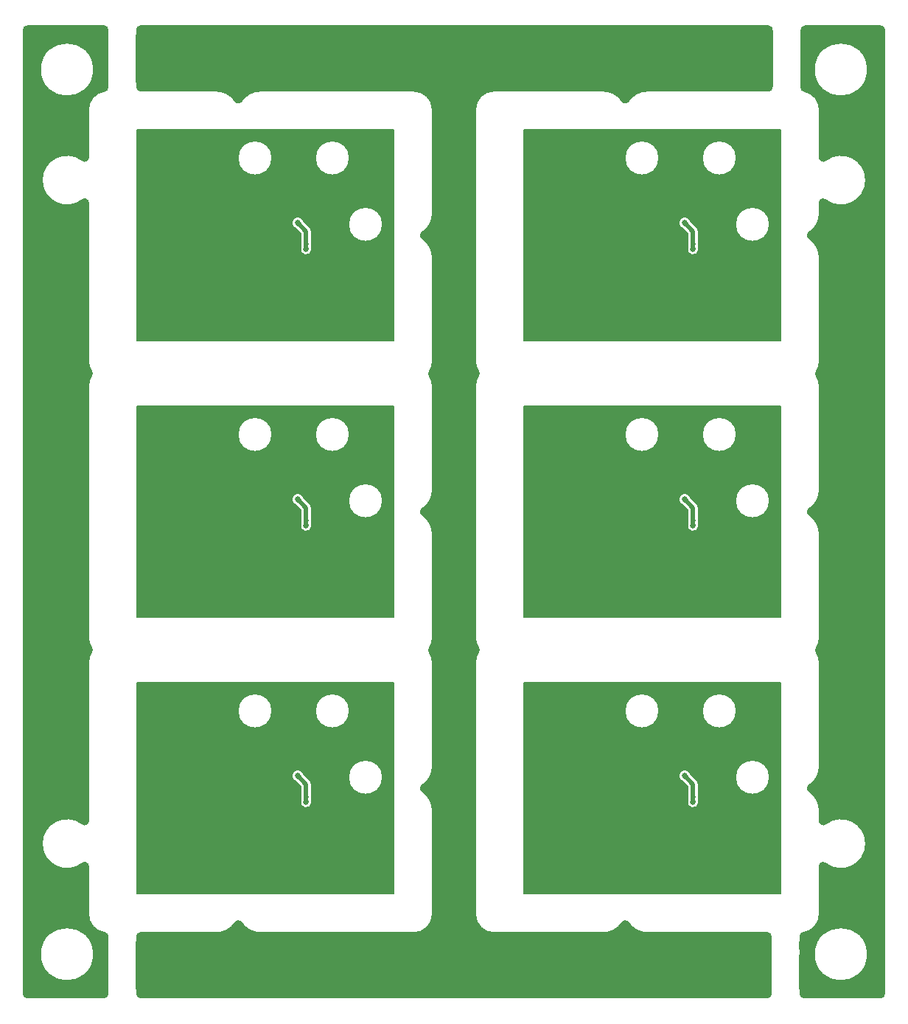
<source format=gbr>
*
%FSLAX26Y26*%
%MOIN*%
%ADD10C,0.021000*%
%ADD11C,0.126000*%
%ADD12C,0.025000*%
%ADD13C,0.004000*%
%ADD14C,0.010500*%
%IPPOS*%
%LNl3mix.gbr*%
%LPD*%
G75*
G36*
X565000Y522500D02*
Y1056245D01*
X1269745D01*
G03X1284514Y1034091I24000J0D01*
G02X1285328Y1033548I-954J-2311D01*
G01X1308506Y1010370D01*
G02X1309240Y1008600I-1766J-1770D01*
G01Y947598D01*
G02X1309052Y946638I-2500J-8D01*
G03X1355246Y937500I22193J-9138D01*
G01X1730000D01*
Y522500D01*
G02X1727500Y520000I-2500J0D01*
G01X567500D01*
G02X565000Y522500I0J2500D01*
G37*
G36*
Y1056245D02*
G01Y1350000D01*
X1025500D01*
G03X1174500Y1350000I74500J0D01*
G01X1375500D01*
G03X1524500Y1350000I74500J0D01*
G01X1730000D01*
Y1050000D01*
X1674500D01*
G03X1525500Y1050000I-74500J0D01*
G01X1331105D01*
X1316442Y1064662D01*
G02X1315899Y1065476I1768J1768D01*
G03X1299747Y1079483I-22154J-9231D01*
G03X1269745Y1056245I-6002J-23238D01*
G01X565000D01*
G37*
G36*
Y1350000D02*
Y1477500D01*
G02X567500Y1480000I2500J0D01*
G01X1727500D01*
G02X1730000Y1477500I0J-2500D01*
G01Y1350000D01*
X1524500D01*
G03X1375500Y1350000I-74500J0D01*
G01X1174500D01*
G03X1025500Y1350000I-74500J0D01*
G01X565000D01*
G37*
G36*
X1331105Y1050000D02*
X1525500D01*
G03X1674500Y1050000I74500J0D01*
G01X1730000D01*
Y937500D01*
X1355246D01*
G03X1353438Y946638I-24001J0D01*
G02X1353250Y947598I2312J952D01*
G01Y1018749D01*
G03X1346803Y1034302I-21997J-6D01*
G01X1331105Y1050000D01*
G37*
G36*
X566000Y1351000D02*
X1024500D01*
G02X1024500Y1349000I0J-1000D01*
G01X566000D01*
G02X566000Y1351000I0J1000D01*
G37*
G36*
X1175500D02*
G01X1374500D01*
G02X1374500Y1349000I0J-1000D01*
G01X1175500D01*
G02X1175500Y1351000I0J1000D01*
G37*
G36*
G01X1374500D01*
G02X1374500Y1349000I0J-1000D01*
G01X1175500D01*
G02X1175500Y1351000I0J1000D01*
G37*
G36*
X1356246Y938500D02*
G01X1729000D01*
G02X1729000Y936500I0J-1000D01*
G01X1356246D01*
G02X1356246Y938500I0J1000D01*
G37*
G36*
X566000Y1057245D02*
G01X1268745D01*
G02X1268745Y1055245I0J-1000D01*
G01X566000D01*
G02X566000Y1057245I0J1000D01*
G37*
G36*
X1525500Y1351000D02*
G01X1729000D01*
G02X1729000Y1349000I0J-1000D01*
G01X1525500D01*
G02X1525500Y1351000I0J1000D01*
G37*
G36*
X1332519Y1051000D02*
G01X1524500D01*
G02X1524500Y1049000I0J-1000D01*
G01X1332519D01*
G02X1332519Y1051000I0J1000D01*
G37*
G36*
X1675500D02*
G01X1729000D01*
G02X1729000Y1049000I0J-1000D01*
G01X1675500D01*
G02X1675500Y1051000I0J1000D01*
G37*
G54D10*
X1293750Y1056250D02*
G01X1331250Y1018750D01*
Y937500D01*
G54D11*
X750000Y1350000D03*
G54D12*
X590000Y540000D03*
Y590000D03*
X715000Y540000D03*
X865000D03*
X1015000D03*
X1155000D03*
X1300000D03*
X1440000D03*
X1570000D03*
X1705000D03*
X587500Y662500D03*
X637500D03*
X693750D03*
X743750D03*
X1675000D03*
X781250Y693750D03*
X787500Y737500D03*
X775000Y775000D03*
X1675000Y762500D03*
X637500Y793750D03*
X587500D03*
X737500D03*
X687500D03*
X815000Y795000D03*
X880000D03*
X1035000D03*
X960000D03*
X1100000Y805000D03*
X1140000Y845000D03*
X1700000Y880000D03*
X1137500Y950000D03*
X1209500Y949000D03*
X1172500Y935000D03*
X1331250Y937500D03*
X1700000Y985000D03*
X595000Y1010000D03*
X705000D03*
X650000D03*
X815000Y1005000D03*
X765000Y1020000D03*
X785000Y1065000D03*
X915000Y1005000D03*
X870000D03*
X945000D03*
X1000000D03*
X1055000D03*
X1293750Y1056250D03*
X1443750Y1075000D03*
X590000Y1130000D03*
X695000D03*
X640000D03*
X750000D03*
X920000Y1105000D03*
X1035000Y1120000D03*
X1137500Y1156250D03*
X1068750D03*
X1175000Y1118750D03*
X1285000Y1120000D03*
X1406250Y1118750D03*
X1700000Y1160000D03*
X590000Y1240000D03*
X920000Y1225000D03*
X1285000Y1240000D03*
X590000Y1355000D03*
X920000Y1340000D03*
X1285000Y1360000D03*
X1700000Y1330000D03*
X590000Y1455000D03*
X720000D03*
X845000D03*
X980000D03*
X1145000D03*
X1285000Y1460000D03*
X1395000D03*
X1520000D03*
X1700000D03*
%LPC*%
G75*
X1700000Y1460000D02*
G54D13*
X550000Y600000D02*
Y1400000D01*
%LPD*%
G75*
X550000Y1400000D02*
G54D14*
X1335963Y963546D02*
X1324742Y940695D01*
X1326538Y963546D02*
X1337758Y940695D01*
X1308835Y1034500D02*
X1300611Y1058592D01*
X1315500Y1041165D02*
X1291408Y1049389D01*
G36*
X565000Y1772500D02*
Y2306245D01*
X1269745D01*
G03X1284514Y2284091I24000J0D01*
G02X1285328Y2283548I-954J-2311D01*
G01X1308506Y2260370D01*
G02X1309240Y2258600I-1766J-1770D01*
G01Y2197598D01*
G02X1309052Y2196638I-2500J-8D01*
G03X1355246Y2187500I22193J-9138D01*
G01X1730000D01*
Y1772500D01*
G02X1727500Y1770000I-2500J0D01*
G01X567500D01*
G02X565000Y1772500I0J2500D01*
G37*
G36*
Y2306245D02*
G01Y2600000D01*
X1025500D01*
G03X1174500Y2600000I74500J0D01*
G01X1375500D01*
G03X1524500Y2600000I74500J0D01*
G01X1730000D01*
Y2300000D01*
X1674500D01*
G03X1525500Y2300000I-74500J0D01*
G01X1331105D01*
X1316442Y2314662D01*
G02X1315899Y2315476I1768J1768D01*
G03X1299747Y2329483I-22154J-9231D01*
G03X1269745Y2306245I-6002J-23238D01*
G01X565000D01*
G37*
G36*
Y2600000D02*
Y2727500D01*
G02X567500Y2730000I2500J0D01*
G01X1727500D01*
G02X1730000Y2727500I0J-2500D01*
G01Y2600000D01*
X1524500D01*
G03X1375500Y2600000I-74500J0D01*
G01X1174500D01*
G03X1025500Y2600000I-74500J0D01*
G01X565000D01*
G37*
G36*
X1331105Y2300000D02*
X1525500D01*
G03X1674500Y2300000I74500J0D01*
G01X1730000D01*
Y2187500D01*
X1355246D01*
G03X1353438Y2196638I-24001J0D01*
G02X1353250Y2197598I2312J952D01*
G01Y2268749D01*
G03X1346803Y2284302I-21997J-6D01*
G01X1331105Y2300000D01*
G37*
G36*
X566000Y2601000D02*
X1024500D01*
G02X1024500Y2599000I0J-1000D01*
G01X566000D01*
G02X566000Y2601000I0J1000D01*
G37*
G36*
X1175500D02*
G01X1374500D01*
G02X1374500Y2599000I0J-1000D01*
G01X1175500D01*
G02X1175500Y2601000I0J1000D01*
G37*
G36*
G01X1374500D01*
G02X1374500Y2599000I0J-1000D01*
G01X1175500D01*
G02X1175500Y2601000I0J1000D01*
G37*
G36*
X1356246Y2188500D02*
G01X1729000D01*
G02X1729000Y2186500I0J-1000D01*
G01X1356246D01*
G02X1356246Y2188500I0J1000D01*
G37*
G36*
X566000Y2307245D02*
G01X1268745D01*
G02X1268745Y2305245I0J-1000D01*
G01X566000D01*
G02X566000Y2307245I0J1000D01*
G37*
G36*
X1525500Y2601000D02*
G01X1729000D01*
G02X1729000Y2599000I0J-1000D01*
G01X1525500D01*
G02X1525500Y2601000I0J1000D01*
G37*
G36*
X1332519Y2301000D02*
G01X1524500D01*
G02X1524500Y2299000I0J-1000D01*
G01X1332519D01*
G02X1332519Y2301000I0J1000D01*
G37*
G36*
X1675500D02*
G01X1729000D01*
G02X1729000Y2299000I0J-1000D01*
G01X1675500D01*
G02X1675500Y2301000I0J1000D01*
G37*
G54D10*
X1293750Y2306250D02*
G01X1331250Y2268750D01*
Y2187500D01*
G54D11*
X750000Y2600000D03*
G54D12*
X590000Y1790000D03*
Y1840000D03*
X715000Y1790000D03*
X865000D03*
X1015000D03*
X1155000D03*
X1300000D03*
X1440000D03*
X1570000D03*
X1705000D03*
X587500Y1912500D03*
X637500D03*
X693750D03*
X743750D03*
X1675000D03*
X781250Y1943750D03*
X787500Y1987500D03*
X775000Y2025000D03*
X1675000Y2012500D03*
X637500Y2043750D03*
X587500D03*
X737500D03*
X687500D03*
X815000Y2045000D03*
X880000D03*
X1035000D03*
X960000D03*
X1100000Y2055000D03*
X1140000Y2095000D03*
X1700000Y2130000D03*
X1137500Y2200000D03*
X1209500Y2199000D03*
X1172500Y2185000D03*
X1331250Y2187500D03*
X1700000Y2235000D03*
X595000Y2260000D03*
X705000D03*
X650000D03*
X815000Y2255000D03*
X765000Y2270000D03*
X785000Y2315000D03*
X915000Y2255000D03*
X870000D03*
X945000D03*
X1000000D03*
X1055000D03*
X1293750Y2306250D03*
X1443750Y2325000D03*
X590000Y2380000D03*
X695000D03*
X640000D03*
X750000D03*
X920000Y2355000D03*
X1035000Y2370000D03*
X1137500Y2406250D03*
X1068750D03*
X1175000Y2368750D03*
X1285000Y2370000D03*
X1406250Y2368750D03*
X1700000Y2410000D03*
X590000Y2490000D03*
X920000Y2475000D03*
X1285000Y2490000D03*
X590000Y2605000D03*
X920000Y2590000D03*
X1285000Y2610000D03*
X1700000Y2580000D03*
X590000Y2705000D03*
X720000D03*
X845000D03*
X980000D03*
X1145000D03*
X1285000Y2710000D03*
X1395000D03*
X1520000D03*
X1700000D03*
%LPC*%
G75*
X1700000Y2710000D02*
G54D13*
X550000Y1850000D02*
Y2650000D01*
%LPD*%
G75*
X550000Y2650000D02*
G54D14*
X1335963Y2213546D02*
X1324742Y2190695D01*
X1326538Y2213546D02*
X1337758Y2190695D01*
X1308835Y2284500D02*
X1300611Y2308592D01*
X1315500Y2291165D02*
X1291408Y2299389D01*
G36*
X565000Y3022500D02*
Y3556245D01*
X1269745D01*
G03X1284514Y3534091I24000J0D01*
G02X1285328Y3533548I-954J-2311D01*
G01X1308506Y3510370D01*
G02X1309240Y3508600I-1766J-1770D01*
G01Y3447598D01*
G02X1309052Y3446638I-2500J-8D01*
G03X1355246Y3437500I22193J-9138D01*
G01X1730000D01*
Y3022500D01*
G02X1727500Y3020000I-2500J0D01*
G01X567500D01*
G02X565000Y3022500I0J2500D01*
G37*
G36*
Y3556245D02*
G01Y3850000D01*
X1025500D01*
G03X1174500Y3850000I74500J0D01*
G01X1375500D01*
G03X1524500Y3850000I74500J0D01*
G01X1730000D01*
Y3550000D01*
X1674500D01*
G03X1525500Y3550000I-74500J0D01*
G01X1331105D01*
X1316442Y3564662D01*
G02X1315899Y3565476I1768J1768D01*
G03X1299747Y3579483I-22154J-9231D01*
G03X1269745Y3556245I-6002J-23238D01*
G01X565000D01*
G37*
G36*
Y3850000D02*
Y3977500D01*
G02X567500Y3980000I2500J0D01*
G01X1727500D01*
G02X1730000Y3977500I0J-2500D01*
G01Y3850000D01*
X1524500D01*
G03X1375500Y3850000I-74500J0D01*
G01X1174500D01*
G03X1025500Y3850000I-74500J0D01*
G01X565000D01*
G37*
G36*
X1331105Y3550000D02*
X1525500D01*
G03X1674500Y3550000I74500J0D01*
G01X1730000D01*
Y3437500D01*
X1355246D01*
G03X1353438Y3446638I-24001J0D01*
G02X1353250Y3447598I2312J952D01*
G01Y3518749D01*
G03X1346803Y3534302I-21997J-6D01*
G01X1331105Y3550000D01*
G37*
G36*
X566000Y3851000D02*
X1024500D01*
G02X1024500Y3849000I0J-1000D01*
G01X566000D01*
G02X566000Y3851000I0J1000D01*
G37*
G36*
X1175500D02*
G01X1374500D01*
G02X1374500Y3849000I0J-1000D01*
G01X1175500D01*
G02X1175500Y3851000I0J1000D01*
G37*
G36*
G01X1374500D01*
G02X1374500Y3849000I0J-1000D01*
G01X1175500D01*
G02X1175500Y3851000I0J1000D01*
G37*
G36*
X1356246Y3438500D02*
G01X1729000D01*
G02X1729000Y3436500I0J-1000D01*
G01X1356246D01*
G02X1356246Y3438500I0J1000D01*
G37*
G36*
X566000Y3557245D02*
G01X1268745D01*
G02X1268745Y3555245I0J-1000D01*
G01X566000D01*
G02X566000Y3557245I0J1000D01*
G37*
G36*
X1525500Y3851000D02*
G01X1729000D01*
G02X1729000Y3849000I0J-1000D01*
G01X1525500D01*
G02X1525500Y3851000I0J1000D01*
G37*
G36*
X1332519Y3551000D02*
G01X1524500D01*
G02X1524500Y3549000I0J-1000D01*
G01X1332519D01*
G02X1332519Y3551000I0J1000D01*
G37*
G36*
X1675500D02*
G01X1729000D01*
G02X1729000Y3549000I0J-1000D01*
G01X1675500D01*
G02X1675500Y3551000I0J1000D01*
G37*
G54D10*
X1293750Y3556250D02*
G01X1331250Y3518750D01*
Y3437500D01*
G54D11*
X750000Y3850000D03*
G54D12*
X590000Y3040000D03*
Y3090000D03*
X715000Y3040000D03*
X865000D03*
X1015000D03*
X1155000D03*
X1300000D03*
X1440000D03*
X1570000D03*
X1705000D03*
X587500Y3162500D03*
X637500D03*
X693750D03*
X743750D03*
X1675000D03*
X781250Y3193750D03*
X787500Y3237500D03*
X775000Y3275000D03*
X1675000Y3262500D03*
X637500Y3293750D03*
X587500D03*
X737500D03*
X687500D03*
X815000Y3295000D03*
X880000D03*
X1035000D03*
X960000D03*
X1100000Y3305000D03*
X1140000Y3345000D03*
X1700000Y3380000D03*
X1137500Y3450000D03*
X1209500Y3449000D03*
X1172500Y3435000D03*
X1331250Y3437500D03*
X1700000Y3485000D03*
X595000Y3510000D03*
X705000D03*
X650000D03*
X815000Y3505000D03*
X765000Y3520000D03*
X785000Y3565000D03*
X915000Y3505000D03*
X870000D03*
X945000D03*
X1000000D03*
X1055000D03*
X1293750Y3556250D03*
X1443750Y3575000D03*
X590000Y3630000D03*
X695000D03*
X640000D03*
X750000D03*
X920000Y3605000D03*
X1035000Y3620000D03*
X1137500Y3656250D03*
X1068750D03*
X1175000Y3618750D03*
X1285000Y3620000D03*
X1406250Y3618750D03*
X1700000Y3660000D03*
X590000Y3740000D03*
X920000Y3725000D03*
X1285000Y3740000D03*
X590000Y3855000D03*
X920000Y3840000D03*
X1285000Y3860000D03*
X1700000Y3830000D03*
X590000Y3955000D03*
X720000D03*
X845000D03*
X980000D03*
X1145000D03*
X1285000Y3960000D03*
X1395000D03*
X1520000D03*
X1700000D03*
%LPC*%
G75*
X1700000Y3960000D02*
G54D13*
X550000Y3100000D02*
Y3900000D01*
%LPD*%
G75*
X550000Y3900000D02*
G54D14*
X1335963Y3463546D02*
X1324742Y3440695D01*
X1326538Y3463546D02*
X1337758Y3440695D01*
X1308835Y3534500D02*
X1300611Y3558592D01*
X1315500Y3541165D02*
X1291408Y3549389D01*
G36*
X2315000Y522500D02*
Y1056245D01*
X3019745D01*
G03X3034514Y1034091I24000J0D01*
G02X3035328Y1033548I-954J-2311D01*
G01X3058506Y1010370D01*
G02X3059240Y1008600I-1766J-1770D01*
G01Y947598D01*
G02X3059052Y946638I-2500J-8D01*
G03X3105246Y937500I22193J-9138D01*
G01X3480000D01*
Y522500D01*
G02X3477500Y520000I-2500J0D01*
G01X2317500D01*
G02X2315000Y522500I0J2500D01*
G37*
G36*
Y1056245D02*
G01Y1350000D01*
X2775500D01*
G03X2924500Y1350000I74500J0D01*
G01X3125500D01*
G03X3274500Y1350000I74500J0D01*
G01X3480000D01*
Y1050000D01*
X3424500D01*
G03X3275500Y1050000I-74500J0D01*
G01X3081105D01*
X3066442Y1064662D01*
G02X3065899Y1065476I1768J1768D01*
G03X3049747Y1079483I-22154J-9231D01*
G03X3019745Y1056245I-6002J-23238D01*
G01X2315000D01*
G37*
G36*
Y1350000D02*
Y1477500D01*
G02X2317500Y1480000I2500J0D01*
G01X3477500D01*
G02X3480000Y1477500I0J-2500D01*
G01Y1350000D01*
X3274500D01*
G03X3125500Y1350000I-74500J0D01*
G01X2924500D01*
G03X2775500Y1350000I-74500J0D01*
G01X2315000D01*
G37*
G36*
X3081105Y1050000D02*
X3275500D01*
G03X3424500Y1050000I74500J0D01*
G01X3480000D01*
Y937500D01*
X3105246D01*
G03X3103438Y946638I-24001J0D01*
G02X3103250Y947598I2312J952D01*
G01Y1018749D01*
G03X3096803Y1034302I-21997J-6D01*
G01X3081105Y1050000D01*
G37*
G36*
X2316000Y1351000D02*
X2774500D01*
G02X2774500Y1349000I0J-1000D01*
G01X2316000D01*
G02X2316000Y1351000I0J1000D01*
G37*
G36*
X2925500D02*
G01X3124500D01*
G02X3124500Y1349000I0J-1000D01*
G01X2925500D01*
G02X2925500Y1351000I0J1000D01*
G37*
G36*
G01X3124500D01*
G02X3124500Y1349000I0J-1000D01*
G01X2925500D01*
G02X2925500Y1351000I0J1000D01*
G37*
G36*
X3106246Y938500D02*
G01X3479000D01*
G02X3479000Y936500I0J-1000D01*
G01X3106246D01*
G02X3106246Y938500I0J1000D01*
G37*
G36*
X2316000Y1057245D02*
G01X3018745D01*
G02X3018745Y1055245I0J-1000D01*
G01X2316000D01*
G02X2316000Y1057245I0J1000D01*
G37*
G36*
X3275500Y1351000D02*
G01X3479000D01*
G02X3479000Y1349000I0J-1000D01*
G01X3275500D01*
G02X3275500Y1351000I0J1000D01*
G37*
G36*
X3082519Y1051000D02*
G01X3274500D01*
G02X3274500Y1049000I0J-1000D01*
G01X3082519D01*
G02X3082519Y1051000I0J1000D01*
G37*
G36*
X3425500D02*
G01X3479000D01*
G02X3479000Y1049000I0J-1000D01*
G01X3425500D01*
G02X3425500Y1051000I0J1000D01*
G37*
G54D10*
X3043750Y1056250D02*
G01X3081250Y1018750D01*
Y937500D01*
G54D11*
X2500000Y1350000D03*
G54D12*
X2340000Y540000D03*
Y590000D03*
X2465000Y540000D03*
X2615000D03*
X2765000D03*
X2905000D03*
X3050000D03*
X3190000D03*
X3320000D03*
X3455000D03*
X2337500Y662500D03*
X2387500D03*
X2443750D03*
X2493750D03*
X3425000D03*
X2531250Y693750D03*
X2537500Y737500D03*
X2525000Y775000D03*
X3425000Y762500D03*
X2387500Y793750D03*
X2337500D03*
X2487500D03*
X2437500D03*
X2565000Y795000D03*
X2630000D03*
X2785000D03*
X2710000D03*
X2850000Y805000D03*
X2890000Y845000D03*
X3450000Y880000D03*
X2887500Y950000D03*
X2959500Y949000D03*
X2922500Y935000D03*
X3081250Y937500D03*
X3450000Y985000D03*
X2345000Y1010000D03*
X2455000D03*
X2400000D03*
X2565000Y1005000D03*
X2515000Y1020000D03*
X2535000Y1065000D03*
X2665000Y1005000D03*
X2620000D03*
X2695000D03*
X2750000D03*
X2805000D03*
X3043750Y1056250D03*
X3193750Y1075000D03*
X2340000Y1130000D03*
X2445000D03*
X2390000D03*
X2500000D03*
X2670000Y1105000D03*
X2785000Y1120000D03*
X2887500Y1156250D03*
X2818750D03*
X2925000Y1118750D03*
X3035000Y1120000D03*
X3156250Y1118750D03*
X3450000Y1160000D03*
X2340000Y1240000D03*
X2670000Y1225000D03*
X3035000Y1240000D03*
X2340000Y1355000D03*
X2670000Y1340000D03*
X3035000Y1360000D03*
X3450000Y1330000D03*
X2340000Y1455000D03*
X2470000D03*
X2595000D03*
X2730000D03*
X2895000D03*
X3035000Y1460000D03*
X3145000D03*
X3270000D03*
X3450000D03*
%LPC*%
G75*
X3450000Y1460000D02*
G54D13*
X2300000Y600000D02*
Y1400000D01*
%LPD*%
G75*
X2300000Y1400000D02*
G54D14*
X3085963Y963546D02*
X3074742Y940695D01*
X3076538Y963546D02*
X3087758Y940695D01*
X3058835Y1034500D02*
X3050611Y1058592D01*
X3065500Y1041165D02*
X3041408Y1049389D01*
G36*
X2315000Y1772500D02*
Y2306245D01*
X3019745D01*
G03X3034514Y2284091I24000J0D01*
G02X3035328Y2283548I-954J-2311D01*
G01X3058506Y2260370D01*
G02X3059240Y2258600I-1766J-1770D01*
G01Y2197598D01*
G02X3059052Y2196638I-2500J-8D01*
G03X3105246Y2187500I22193J-9138D01*
G01X3480000D01*
Y1772500D01*
G02X3477500Y1770000I-2500J0D01*
G01X2317500D01*
G02X2315000Y1772500I0J2500D01*
G37*
G36*
Y2306245D02*
G01Y2600000D01*
X2775500D01*
G03X2924500Y2600000I74500J0D01*
G01X3125500D01*
G03X3274500Y2600000I74500J0D01*
G01X3480000D01*
Y2300000D01*
X3424500D01*
G03X3275500Y2300000I-74500J0D01*
G01X3081105D01*
X3066442Y2314662D01*
G02X3065899Y2315476I1768J1768D01*
G03X3049747Y2329483I-22154J-9231D01*
G03X3019745Y2306245I-6002J-23238D01*
G01X2315000D01*
G37*
G36*
Y2600000D02*
Y2727500D01*
G02X2317500Y2730000I2500J0D01*
G01X3477500D01*
G02X3480000Y2727500I0J-2500D01*
G01Y2600000D01*
X3274500D01*
G03X3125500Y2600000I-74500J0D01*
G01X2924500D01*
G03X2775500Y2600000I-74500J0D01*
G01X2315000D01*
G37*
G36*
X3081105Y2300000D02*
X3275500D01*
G03X3424500Y2300000I74500J0D01*
G01X3480000D01*
Y2187500D01*
X3105246D01*
G03X3103438Y2196638I-24001J0D01*
G02X3103250Y2197598I2312J952D01*
G01Y2268749D01*
G03X3096803Y2284302I-21997J-6D01*
G01X3081105Y2300000D01*
G37*
G36*
X2316000Y2601000D02*
X2774500D01*
G02X2774500Y2599000I0J-1000D01*
G01X2316000D01*
G02X2316000Y2601000I0J1000D01*
G37*
G36*
X2925500D02*
G01X3124500D01*
G02X3124500Y2599000I0J-1000D01*
G01X2925500D01*
G02X2925500Y2601000I0J1000D01*
G37*
G36*
G01X3124500D01*
G02X3124500Y2599000I0J-1000D01*
G01X2925500D01*
G02X2925500Y2601000I0J1000D01*
G37*
G36*
X3106246Y2188500D02*
G01X3479000D01*
G02X3479000Y2186500I0J-1000D01*
G01X3106246D01*
G02X3106246Y2188500I0J1000D01*
G37*
G36*
X2316000Y2307245D02*
G01X3018745D01*
G02X3018745Y2305245I0J-1000D01*
G01X2316000D01*
G02X2316000Y2307245I0J1000D01*
G37*
G36*
X3275500Y2601000D02*
G01X3479000D01*
G02X3479000Y2599000I0J-1000D01*
G01X3275500D01*
G02X3275500Y2601000I0J1000D01*
G37*
G36*
X3082519Y2301000D02*
G01X3274500D01*
G02X3274500Y2299000I0J-1000D01*
G01X3082519D01*
G02X3082519Y2301000I0J1000D01*
G37*
G36*
X3425500D02*
G01X3479000D01*
G02X3479000Y2299000I0J-1000D01*
G01X3425500D01*
G02X3425500Y2301000I0J1000D01*
G37*
G54D10*
X3043750Y2306250D02*
G01X3081250Y2268750D01*
Y2187500D01*
G54D11*
X2500000Y2600000D03*
G54D12*
X2340000Y1790000D03*
Y1840000D03*
X2465000Y1790000D03*
X2615000D03*
X2765000D03*
X2905000D03*
X3050000D03*
X3190000D03*
X3320000D03*
X3455000D03*
X2337500Y1912500D03*
X2387500D03*
X2443750D03*
X2493750D03*
X3425000D03*
X2531250Y1943750D03*
X2537500Y1987500D03*
X2525000Y2025000D03*
X3425000Y2012500D03*
X2387500Y2043750D03*
X2337500D03*
X2487500D03*
X2437500D03*
X2565000Y2045000D03*
X2630000D03*
X2785000D03*
X2710000D03*
X2850000Y2055000D03*
X2890000Y2095000D03*
X3450000Y2130000D03*
X2887500Y2200000D03*
X2959500Y2199000D03*
X2922500Y2185000D03*
X3081250Y2187500D03*
X3450000Y2235000D03*
X2345000Y2260000D03*
X2455000D03*
X2400000D03*
X2565000Y2255000D03*
X2515000Y2270000D03*
X2535000Y2315000D03*
X2665000Y2255000D03*
X2620000D03*
X2695000D03*
X2750000D03*
X2805000D03*
X3043750Y2306250D03*
X3193750Y2325000D03*
X2340000Y2380000D03*
X2445000D03*
X2390000D03*
X2500000D03*
X2670000Y2355000D03*
X2785000Y2370000D03*
X2887500Y2406250D03*
X2818750D03*
X2925000Y2368750D03*
X3035000Y2370000D03*
X3156250Y2368750D03*
X3450000Y2410000D03*
X2340000Y2490000D03*
X2670000Y2475000D03*
X3035000Y2490000D03*
X2340000Y2605000D03*
X2670000Y2590000D03*
X3035000Y2610000D03*
X3450000Y2580000D03*
X2340000Y2705000D03*
X2470000D03*
X2595000D03*
X2730000D03*
X2895000D03*
X3035000Y2710000D03*
X3145000D03*
X3270000D03*
X3450000D03*
%LPC*%
G75*
X3450000Y2710000D02*
G54D13*
X2300000Y1850000D02*
Y2650000D01*
%LPD*%
G75*
X2300000Y2650000D02*
G54D14*
X3085963Y2213546D02*
X3074742Y2190695D01*
X3076538Y2213546D02*
X3087758Y2190695D01*
X3058835Y2284500D02*
X3050611Y2308592D01*
X3065500Y2291165D02*
X3041408Y2299389D01*
G36*
X2315000Y3022500D02*
Y3556245D01*
X3019745D01*
G03X3034514Y3534091I24000J0D01*
G02X3035328Y3533548I-954J-2311D01*
G01X3058506Y3510370D01*
G02X3059240Y3508600I-1766J-1770D01*
G01Y3447598D01*
G02X3059052Y3446638I-2500J-8D01*
G03X3105246Y3437500I22193J-9138D01*
G01X3480000D01*
Y3022500D01*
G02X3477500Y3020000I-2500J0D01*
G01X2317500D01*
G02X2315000Y3022500I0J2500D01*
G37*
G36*
Y3556245D02*
G01Y3850000D01*
X2775500D01*
G03X2924500Y3850000I74500J0D01*
G01X3125500D01*
G03X3274500Y3850000I74500J0D01*
G01X3480000D01*
Y3550000D01*
X3424500D01*
G03X3275500Y3550000I-74500J0D01*
G01X3081105D01*
X3066442Y3564662D01*
G02X3065899Y3565476I1768J1768D01*
G03X3049747Y3579483I-22154J-9231D01*
G03X3019745Y3556245I-6002J-23238D01*
G01X2315000D01*
G37*
G36*
Y3850000D02*
Y3977500D01*
G02X2317500Y3980000I2500J0D01*
G01X3477500D01*
G02X3480000Y3977500I0J-2500D01*
G01Y3850000D01*
X3274500D01*
G03X3125500Y3850000I-74500J0D01*
G01X2924500D01*
G03X2775500Y3850000I-74500J0D01*
G01X2315000D01*
G37*
G36*
X3081105Y3550000D02*
X3275500D01*
G03X3424500Y3550000I74500J0D01*
G01X3480000D01*
Y3437500D01*
X3105246D01*
G03X3103438Y3446638I-24001J0D01*
G02X3103250Y3447598I2312J952D01*
G01Y3518749D01*
G03X3096803Y3534302I-21997J-6D01*
G01X3081105Y3550000D01*
G37*
G36*
X2316000Y3851000D02*
X2774500D01*
G02X2774500Y3849000I0J-1000D01*
G01X2316000D01*
G02X2316000Y3851000I0J1000D01*
G37*
G36*
X2925500D02*
G01X3124500D01*
G02X3124500Y3849000I0J-1000D01*
G01X2925500D01*
G02X2925500Y3851000I0J1000D01*
G37*
G36*
G01X3124500D01*
G02X3124500Y3849000I0J-1000D01*
G01X2925500D01*
G02X2925500Y3851000I0J1000D01*
G37*
G36*
X3106246Y3438500D02*
G01X3479000D01*
G02X3479000Y3436500I0J-1000D01*
G01X3106246D01*
G02X3106246Y3438500I0J1000D01*
G37*
G36*
X2316000Y3557245D02*
G01X3018745D01*
G02X3018745Y3555245I0J-1000D01*
G01X2316000D01*
G02X2316000Y3557245I0J1000D01*
G37*
G36*
X3275500Y3851000D02*
G01X3479000D01*
G02X3479000Y3849000I0J-1000D01*
G01X3275500D01*
G02X3275500Y3851000I0J1000D01*
G37*
G36*
X3082519Y3551000D02*
G01X3274500D01*
G02X3274500Y3549000I0J-1000D01*
G01X3082519D01*
G02X3082519Y3551000I0J1000D01*
G37*
G36*
X3425500D02*
G01X3479000D01*
G02X3479000Y3549000I0J-1000D01*
G01X3425500D01*
G02X3425500Y3551000I0J1000D01*
G37*
G54D10*
X3043750Y3556250D02*
G01X3081250Y3518750D01*
Y3437500D01*
G54D11*
X2500000Y3850000D03*
G54D12*
X2340000Y3040000D03*
Y3090000D03*
X2465000Y3040000D03*
X2615000D03*
X2765000D03*
X2905000D03*
X3050000D03*
X3190000D03*
X3320000D03*
X3455000D03*
X2337500Y3162500D03*
X2387500D03*
X2443750D03*
X2493750D03*
X3425000D03*
X2531250Y3193750D03*
X2537500Y3237500D03*
X2525000Y3275000D03*
X3425000Y3262500D03*
X2387500Y3293750D03*
X2337500D03*
X2487500D03*
X2437500D03*
X2565000Y3295000D03*
X2630000D03*
X2785000D03*
X2710000D03*
X2850000Y3305000D03*
X2890000Y3345000D03*
X3450000Y3380000D03*
X2887500Y3450000D03*
X2959500Y3449000D03*
X2922500Y3435000D03*
X3081250Y3437500D03*
X3450000Y3485000D03*
X2345000Y3510000D03*
X2455000D03*
X2400000D03*
X2565000Y3505000D03*
X2515000Y3520000D03*
X2535000Y3565000D03*
X2665000Y3505000D03*
X2620000D03*
X2695000D03*
X2750000D03*
X2805000D03*
X3043750Y3556250D03*
X3193750Y3575000D03*
X2340000Y3630000D03*
X2445000D03*
X2390000D03*
X2500000D03*
X2670000Y3605000D03*
X2785000Y3620000D03*
X2887500Y3656250D03*
X2818750D03*
X2925000Y3618750D03*
X3035000Y3620000D03*
X3156250Y3618750D03*
X3450000Y3660000D03*
X2340000Y3740000D03*
X2670000Y3725000D03*
X3035000Y3740000D03*
X2340000Y3855000D03*
X2670000Y3840000D03*
X3035000Y3860000D03*
X3450000Y3830000D03*
X2340000Y3955000D03*
X2470000D03*
X2595000D03*
X2730000D03*
X2895000D03*
X3035000Y3960000D03*
X3145000D03*
X3270000D03*
X3450000D03*
%LPC*%
G75*
X3450000Y3960000D02*
G54D13*
X2300000Y3100000D02*
Y3900000D01*
%LPD*%
G75*
X2300000Y3900000D02*
G54D14*
X3085963Y3463546D02*
X3074742Y3440695D01*
X3076538Y3463546D02*
X3087758Y3440695D01*
X3058835Y3534500D02*
X3050611Y3558592D01*
X3065500Y3541165D02*
X3041408Y3549389D01*
G36*
X50000Y70000D02*
Y250000D01*
X132500D01*
G03X367500Y250000I117500J0D01*
G01X437799D01*
G03X438042Y248592I62201J10000D01*
G02X438026Y241322I-19675J-3592D01*
G03X438042Y218592I61974J-11322D01*
G02X438026Y211322I-19675J-3592D01*
G03X438042Y188592I61974J-11322D01*
G02X438026Y181322I-19675J-3592D01*
G03X438042Y158592I61974J-11322D01*
G02X438026Y151322I-19675J-3592D01*
G03X438039Y128604I61974J-11322D01*
G02X438035Y121372I-19673J-3603D01*
G03X438046Y98570I61965J-11372D01*
G02X438030Y91347I-19679J-3570D01*
G03X437466Y72351I61970J-11347D01*
G02X417612Y50000I-19861J-2350D01*
G01X69971Y50000D01*
G02X50000Y70000I29J20000D01*
G37*
G36*
Y250000D02*
G01Y4250000D01*
X132500D01*
G03X367500Y4250000I117500J0D01*
G01X437799D01*
G03X438042Y4228591I62201J-10001D01*
G02X438026Y4221321I-19675J-3592D01*
G03X438042Y4198591I61974J-11322D01*
G02X438026Y4191321I-19675J-3592D01*
G03X437556Y4171650I61974J-11322D01*
G02X420357Y4149298I-19840J-2527D01*
G03X350000Y4069000I10643J-80298D01*
G01Y3852448D01*
G02X317719Y3836684I-20000J22D01*
G03X317767Y3663353I-67719J-86684D01*
G02X350000Y3647552I12233J-15823D01*
G01Y2931030D01*
G03X363591Y2886089I81000J-30D01*
G02X363591Y2863911I-16644J-11089D01*
G03X350000Y2819000I67409J-44911D01*
G01Y1681030D01*
G03X363591Y1636089I81000J-30D01*
G02X363591Y1613911I-16644J-11089D01*
G03X350000Y1569000I67409J-44911D01*
G01Y852448D01*
G02X317719Y836684I-20000J22D01*
G03X317767Y663353I-67719J-86684D01*
G02X350000Y647552I12233J-15823D01*
G01Y431000D01*
G03X420424Y350693I81000J0D01*
G02X437546Y328277I-2709J-19816D01*
G03X438042Y308592I62454J-8277D01*
G02X438026Y301322I-19675J-3592D01*
G03X438042Y278592I61974J-11322D01*
G02X438026Y271322I-19675J-3592D01*
G03X437799Y250000I61974J-11322D01*
G01X367500D01*
G03X132500Y250000I-117500J0D01*
G01X50000D01*
G37*
G36*
Y4250000D02*
Y4430000D01*
G02X69971Y4450000I20000J0D01*
G01X417612Y4450000D01*
G02X437460Y4427601I-7J-20000D01*
G03X438042Y4408591I62540J-7601D01*
G02X438035Y4401371I-19675J-3592D01*
G03X438046Y4378567I61965J-11371D01*
G02X438027Y4371328I-19679J-3567D01*
G03X438042Y4348591I61973J-11328D01*
G02X438026Y4341321I-19675J-3592D01*
G03X438042Y4318591I61974J-11322D01*
G02X438026Y4311321I-19675J-3592D01*
G03X438042Y4288591I61974J-11322D01*
G02X438026Y4281321I-19675J-3592D01*
G03X438042Y4258591I61974J-11322D01*
G02X438026Y4251321I-19675J-3592D01*
G03X437799Y4250000I61974J-11322D01*
G01X367500D01*
G03X132500Y4250000I-117500J0D01*
G01X50000D01*
G37*
G36*
X51000Y251000D02*
X131500D01*
G02X131500Y249000I0J-1000D01*
G01X51000D01*
G02X51000Y251000I0J1000D01*
G37*
G36*
X368500D02*
G01X436786D01*
G02X436786Y249000I0J-1000D01*
G01X368500D01*
G02X368500Y251000I0J1000D01*
G37*
G36*
X51000Y4251000D02*
G01X131500D01*
G02X131500Y4249000I0J-1000D01*
G01X51000D01*
G02X51000Y4251000I0J1000D01*
G37*
G36*
X368500D02*
G01X436786D01*
G02X436786Y4249000I0J-1000D01*
G01X368500D01*
G02X368500Y4251000I0J1000D01*
G37*
G36*
X561969Y4198650D02*
G03X561958Y4221408I-61969J11350D01*
G02X561974Y4228678I19675J3592D01*
G03X561958Y4251408I-61974J11322D01*
G02X561974Y4258678I19675J3592D01*
G03X561958Y4281408I-61974J11322D01*
G02X561974Y4288678I19675J3592D01*
G03X561958Y4311408I-61974J11322D01*
G02X561974Y4318678I19675J3592D01*
G03X561958Y4341408I-61974J11322D01*
G02X561974Y4348678I19675J3592D01*
G03X561961Y4371396I-61974J11322D01*
G02X561965Y4378628I19673J3603D01*
G03X561954Y4401430I-61965J11372D01*
G02X561970Y4408653I19679J3570D01*
G03X562534Y4427649I-61970J11347D01*
G02X582366Y4450000I19861J2350D01*
G01X3422530D01*
G02X3442357Y4427601I-29J-20000D01*
G03X3442938Y4408591I62540J-7601D01*
G02X3442931Y4401371I-19675J-3592D01*
G03X3442943Y4378567I61965J-11371D01*
G02X3442923Y4371328I-19679J-3567D01*
G03X3442938Y4348591I61973J-11328D01*
G02X3442922Y4341321I-19675J-3592D01*
G03X3442938Y4318591I61974J-11322D01*
G02X3442922Y4311321I-19675J-3592D01*
G03X3442938Y4288591I61974J-11322D01*
G02X3442922Y4281321I-19675J-3592D01*
G03X3442938Y4258591I61974J-11322D01*
G02X3442922Y4251321I-19675J-3592D01*
G03X3442938Y4228591I61974J-11322D01*
G02X3442922Y4221321I-19675J-3592D01*
G03X3442936Y4198603I61974J-11322D01*
G02X3442931Y4191371I-19673J-3603D01*
G03X3442363Y4172351I61965J-11372D01*
G02X3422520Y4150000I-19861J-2351D01*
G01X2875000D01*
G03X2791667Y4105277I-0J-100000D01*
G02X2758333Y4105277I-16667J11055D01*
G03X2675000Y4150000I-83333J-55277D01*
G01X2181000D01*
G03X2100000Y4069000I0J-81000D01*
G01Y2931000D01*
G03X2113591Y2886089I81000J-0D01*
G02X2113591Y2863911I-16644J-11089D01*
G03X2100000Y2819000I67409J-44911D01*
G01Y1681000D01*
G03X2113591Y1636089I81000J-0D01*
G02X2113591Y1613911I-16644J-11089D01*
G03X2100000Y1569000I67409J-44911D01*
G01Y431000D01*
G03X2181000Y350000I81000J0D01*
G01X2675000D01*
G03X2758333Y394723I0J100000D01*
G02X2791667Y394723I16667J-11055D01*
G03X2875000Y350000I83333J55277D01*
G01X3417624D01*
G02X3437459Y327593I-19J-20000D01*
G03X3438046Y308568I62541J-7593D01*
G02X3438027Y301328I-19679J-3567D01*
G03X3438042Y278592I61973J-11328D01*
G02X3438026Y271322I-19675J-3592D01*
G03X3438042Y248592I61974J-11322D01*
G02X3438026Y241322I-19675J-3592D01*
G03X3438042Y218592I61974J-11322D01*
G02X3438026Y211322I-19675J-3592D01*
G03X3438042Y188592I61974J-11322D01*
G02X3438026Y181322I-19675J-3592D01*
G03X3438042Y158592I61974J-11322D01*
G02X3438026Y151322I-19675J-3592D01*
G03X3438039Y128604I61974J-11322D01*
G02X3438035Y121372I-19673J-3603D01*
G03X3438046Y98570I61965J-11372D01*
G02X3438030Y91347I-19679J-3570D01*
G03X3437466Y72351I61970J-11347D01*
G02X3417634Y50000I-19861J-2350D01*
G01X582366D01*
G02X562540Y72399I29J20000D01*
G03X561958Y91409I-62540J7601D01*
G02X561965Y98629I19675J3592D01*
G03X561954Y121433I-61965J11371D01*
G02X561973Y128672I19679J3567D01*
G03X561958Y151409I-61973J11328D01*
G02X561974Y158679I19675J3592D01*
G03X561958Y181409I-61974J11322D01*
G02X561974Y188679I19675J3592D01*
G03X561958Y211409I-61974J11322D01*
G02X561974Y218679I19675J3592D01*
G03X561958Y241409I-61974J11322D01*
G02X561974Y248679I19675J3592D01*
G03X561958Y271409I-61974J11322D01*
G02X561974Y278679I19675J3592D01*
G03X561961Y301397I-61974J11322D01*
G02X561965Y308629I19673J3603D01*
G03X562534Y327649I-61965J11372D01*
G02X582376Y350000I19861J2351D01*
G01X925000D01*
G03X1008333Y394723I0J100000D01*
G02X1041667Y394723I16667J-11055D01*
G03X1125000Y350000I83333J55277D01*
G01X1819000D01*
G03X1900000Y431000I0J81000D01*
G01Y900000D01*
G03X1855277Y983333I-100000J0D01*
G02X1855277Y1016667I11055J16667D01*
G03X1900000Y1100000I-55277J83333D01*
G01Y1569000D01*
G03X1886409Y1613911I-81000J0D01*
G02X1886409Y1636089I16644J11089D01*
G03X1900000Y1681000I-67410J44911D01*
G01Y2150000D01*
G03X1855277Y2233333I-100000J0D01*
G02X1855277Y2266667I11055J16667D01*
G03X1900000Y2350000I-55277J83333D01*
G01Y2819000D01*
G03X1886409Y2863911I-81000J0D01*
G02X1886409Y2886089I16644J11089D01*
G03X1900000Y2931000I-67410J44911D01*
G01Y3400000D01*
G03X1855277Y3483333I-100000J0D01*
G02X1855277Y3516667I11055J16667D01*
G03X1900000Y3600000I-55277J83333D01*
G01Y4069000D01*
G03X1819000Y4150000I-81000J0D01*
G01X1125000D01*
G03X1041667Y4105277I-0J-100000D01*
G02X1008333Y4105277I-16667J11055D01*
G03X925000Y4150000I-83333J-55277D01*
G01X582376D01*
G02X562541Y4172407I19J20000D01*
G03X561957Y4191415I-62541J7593D01*
G02X561969Y4198650I19676J3585D01*
G37*
G36*
X3561633Y155001D02*
G02X3561974Y158679I20000J0D01*
G03X3561958Y181409I-61974J11322D01*
G02X3561974Y188679I19675J3592D01*
G03X3561958Y211409I-61974J11322D01*
G02X3561974Y218679I19675J3592D01*
G03X3561958Y241409I-61974J11322D01*
G02X3561974Y248679I19675J3592D01*
G03X3562201Y250000I-61974J11322D01*
G01X3632500D01*
G03X3867500Y250000I117500J0D01*
G01X3950000D01*
Y70000D01*
G02X3930029Y50000I-20000J0D01*
G01X3582388Y50000D01*
G02X3562540Y72399I7J20000D01*
G03X3561958Y91409I-62540J7601D01*
G02X3561965Y98629I19675J3592D01*
G03X3561957Y121415I-61965J11371D01*
G02X3561973Y128672I19676J3585D01*
G03X3561958Y151409I-61973J11328D01*
G02X3561633Y155001I19675J3592D01*
G37*
G36*
Y275001D02*
G02X3561974Y278679I20000J0D01*
G03X3561958Y301409I-61974J11322D01*
G02X3561974Y308679I19675J3592D01*
G03X3562444Y328350I-61974J11322D01*
G02X3579643Y350702I19840J2527D01*
G03X3650000Y431000I-10643J80298D01*
G01Y647552D01*
G02X3682281Y663316I20000J-22D01*
G03X3682233Y836647I67719J86684D01*
G02X3650000Y852448I-12233J15823D01*
G01Y900000D01*
G03X3605277Y983333I-100000J0D01*
G02X3605277Y1016667I11055J16667D01*
G03X3650000Y1100000I-55277J83333D01*
G01Y1569000D01*
G03X3636409Y1613911I-81000J0D01*
G02X3636409Y1636089I16644J11089D01*
G03X3650000Y1681000I-67410J44911D01*
G01Y2150000D01*
G03X3605277Y2233333I-100000J0D01*
G02X3605277Y2266667I11055J16667D01*
G03X3650000Y2350000I-55277J83333D01*
G01Y2819000D01*
G03X3636409Y2863911I-81000J0D01*
G02X3636409Y2886089I16644J11089D01*
G03X3650000Y2931000I-67410J44911D01*
G01Y3400000D01*
G03X3605277Y3483333I-100000J0D01*
G02X3605277Y3516667I11055J16667D01*
G03X3650000Y3600000I-55277J83333D01*
G01Y3647552D01*
G02X3682281Y3663316I20000J-22D01*
G03X3682233Y3836647I67719J86684D01*
G02X3650000Y3852448I-12233J15823D01*
G01Y4069000D01*
G03X3583498Y4148699I-81004J4D01*
G02X3567286Y4171249I3580J19677D01*
G03X3566855Y4191408I-62389J8750D01*
G02X3566871Y4198678I19675J3592D01*
G03X3566855Y4221408I-61974J11322D01*
G02X3566871Y4228678I19675J3592D01*
G03X3567098Y4250000I-61974J11322D01*
G01X3632500D01*
G03X3867500Y4250000I117500J0D01*
G01X3950000D01*
Y250000D01*
X3867500D01*
G03X3632500Y250000I-117500J0D01*
G01X3562201D01*
G03X3561958Y271409I-62201J10001D01*
G02X3561633Y275001I19675J3592D01*
G37*
G36*
X3566530Y4255000D02*
G02X3566871Y4258678I20000J0D01*
G03X3566855Y4281408I-61974J11322D01*
G02X3566871Y4288678I19675J3592D01*
G03X3566855Y4311408I-61974J11322D01*
G02X3566871Y4318678I19675J3592D01*
G03X3566855Y4341408I-61974J11322D01*
G02X3566871Y4348678I19675J3592D01*
G03X3566857Y4371396I-61974J11322D01*
G02X3566862Y4378628I19673J3603D01*
G03X3566851Y4401430I-61965J11372D01*
G02X3566866Y4408653I19679J3570D01*
G03X3567430Y4427649I-61970J11347D01*
G02X3587286Y4450000I19861J2350D01*
G01X3930029Y4450000D01*
G02X3950000Y4430000I-29J-20000D01*
G01Y4250000D01*
X3867500D01*
G03X3632500Y4250000I-117500J0D01*
G01X3567098D01*
G03X3566855Y4251408I-62201J-10000D01*
G02X3566530Y4255000I19675J3592D01*
G37*
G36*
X3563214Y251000D02*
G01X3631500D01*
G02X3631500Y249000I0J-1000D01*
G01X3563214D01*
G02X3563214Y251000I0J1000D01*
G37*
G36*
X3868500D02*
G01X3949000D01*
G02X3949000Y249000I0J-1000D01*
G01X3868500D01*
G02X3868500Y251000I0J1000D01*
G37*
G36*
X3568110Y4251000D02*
G01X3631500D01*
G02X3631500Y4249000I0J-1000D01*
G01X3568110D01*
G02X3568110Y4251000I0J1000D01*
G37*
G36*
X3868500D02*
G01X3949000D01*
G02X3949000Y4249000I0J-1000D01*
G01X3868500D01*
G02X3868500Y4251000I0J1000D01*
G37*
M02*

</source>
